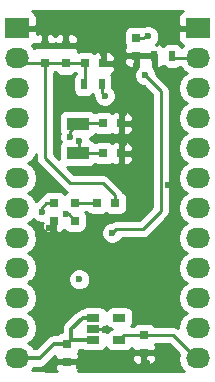
<source format=gbr>
G04 #@! TF.FileFunction,Copper,L4,Bot,Signal*
%FSLAX46Y46*%
G04 Gerber Fmt 4.6, Leading zero omitted, Abs format (unit mm)*
G04 Created by KiCad (PCBNEW 4.0.2-stable) date 10/8/2016 11:45:13 AM*
%MOMM*%
G01*
G04 APERTURE LIST*
%ADD10C,0.100000*%
%ADD11R,0.750000X0.800000*%
%ADD12R,0.800000X0.750000*%
%ADD13R,2.032000X1.727200*%
%ADD14O,2.032000X1.727200*%
%ADD15R,0.500000X0.900000*%
%ADD16R,1.060000X0.650000*%
%ADD17R,1.900000X1.100000*%
%ADD18C,0.600000*%
%ADD19C,0.350000*%
%ADD20C,0.250000*%
%ADD21C,0.254000*%
G04 APERTURE END LIST*
D10*
D11*
X31242000Y-46748000D03*
X31242000Y-48248000D03*
X37719000Y-45986000D03*
X37719000Y-47486000D03*
D12*
X32778000Y-22987000D03*
X34278000Y-22987000D03*
D11*
X30099000Y-34810000D03*
X30099000Y-36310000D03*
X37084000Y-22340000D03*
X37084000Y-20840000D03*
X29337000Y-22975000D03*
X29337000Y-21475000D03*
X31115000Y-22975000D03*
X31115000Y-21475000D03*
D12*
X35802000Y-30607000D03*
X34302000Y-30607000D03*
X35802000Y-28067000D03*
X34302000Y-28067000D03*
D11*
X31877000Y-36310000D03*
X31877000Y-34810000D03*
D12*
X35294000Y-34798000D03*
X33794000Y-34798000D03*
D13*
X27000000Y-20000000D03*
D14*
X27000000Y-22540000D03*
X27000000Y-25080000D03*
X27000000Y-27620000D03*
X27000000Y-30160000D03*
X27000000Y-32700000D03*
X27000000Y-35240000D03*
X27000000Y-37780000D03*
X27000000Y-40320000D03*
X27000000Y-42860000D03*
X27000000Y-45400000D03*
X27000000Y-47940000D03*
D13*
X42300000Y-20000000D03*
D14*
X42300000Y-22540000D03*
X42300000Y-25080000D03*
X42300000Y-27620000D03*
X42300000Y-30160000D03*
X42300000Y-32700000D03*
X42300000Y-35240000D03*
X42300000Y-37780000D03*
X42300000Y-40320000D03*
X42300000Y-42860000D03*
X42300000Y-45400000D03*
X42300000Y-47940000D03*
D15*
X34151000Y-24765000D03*
X32651000Y-24765000D03*
X38608000Y-22352000D03*
X40108000Y-22352000D03*
D16*
X33444000Y-46416000D03*
X33444000Y-45466000D03*
X33444000Y-44516000D03*
X35644000Y-44516000D03*
X35644000Y-46416000D03*
D17*
X32131000Y-28107000D03*
X32131000Y-30607000D03*
D18*
X39808011Y-33274000D03*
X29591000Y-32639000D03*
X29718000Y-36957000D03*
X37084000Y-23241000D03*
X34036000Y-21844000D03*
X32385000Y-20955000D03*
X36066000Y-29718000D03*
X36066000Y-27178000D03*
X32258000Y-48639000D03*
X37970000Y-48387000D03*
X34417000Y-45593000D03*
X29083000Y-35560000D03*
X34417000Y-25731000D03*
X32258000Y-41276080D03*
X38100000Y-20701000D03*
X32258000Y-29591000D03*
X31496000Y-29210000D03*
X31106204Y-35788039D03*
X37846000Y-24003000D03*
X35052000Y-37338000D03*
D19*
X33444000Y-44516000D02*
X32564000Y-44516000D01*
X32564000Y-44516000D02*
X31574000Y-45506000D01*
X31574000Y-45506000D02*
X31574000Y-46416000D01*
X33444000Y-46416000D02*
X31574000Y-46416000D01*
X31574000Y-46416000D02*
X31242000Y-46748000D01*
X28895000Y-47940000D02*
X30087000Y-46748000D01*
X30087000Y-46748000D02*
X31242000Y-46748000D01*
X27000000Y-47940000D02*
X28895000Y-47940000D01*
D20*
X30099000Y-36576000D02*
X29718000Y-36957000D01*
X30099000Y-36310000D02*
X30099000Y-36576000D01*
X37084000Y-22340000D02*
X37084000Y-23241000D01*
X34036000Y-22120000D02*
X34036000Y-21844000D01*
X34278000Y-22987000D02*
X34278000Y-22362000D01*
X34278000Y-22362000D02*
X34036000Y-22120000D01*
X31115000Y-21475000D02*
X31865000Y-21475000D01*
X31865000Y-21475000D02*
X32385000Y-20955000D01*
X31115000Y-21475000D02*
X29337000Y-21475000D01*
X38608000Y-22352000D02*
X37096000Y-22352000D01*
X37096000Y-22352000D02*
X37084000Y-22340000D01*
X35802000Y-30607000D02*
X35802000Y-29982000D01*
X35802000Y-29982000D02*
X36066000Y-29718000D01*
X35802000Y-28067000D02*
X35802000Y-27442000D01*
X35802000Y-27442000D02*
X36066000Y-27178000D01*
X31242000Y-48248000D02*
X31867000Y-48248000D01*
X31867000Y-48248000D02*
X32258000Y-48639000D01*
X37719000Y-47486000D02*
X37719000Y-48136000D01*
X37719000Y-48136000D02*
X37970000Y-48387000D01*
X34290000Y-45466000D02*
X34417000Y-45593000D01*
X33444000Y-45466000D02*
X34290000Y-45466000D01*
X37719000Y-45986000D02*
X40193600Y-45986000D01*
X40193600Y-45986000D02*
X42147600Y-47940000D01*
X42147600Y-47940000D02*
X42300000Y-47940000D01*
X29083000Y-35201000D02*
X29083000Y-35560000D01*
X30099000Y-34810000D02*
X29474000Y-34810000D01*
X29474000Y-34810000D02*
X29083000Y-35201000D01*
X34151000Y-24765000D02*
X34151000Y-25465000D01*
X34151000Y-25465000D02*
X34417000Y-25731000D01*
X37719000Y-45986000D02*
X36074000Y-45986000D01*
X36074000Y-45986000D02*
X35644000Y-46416000D01*
X35294000Y-34798000D02*
X35294000Y-34173000D01*
X35294000Y-34173000D02*
X34268000Y-33147000D01*
X34268000Y-33147000D02*
X31496000Y-33147000D01*
X31496000Y-33147000D02*
X29337000Y-30988000D01*
X29337000Y-30988000D02*
X29337000Y-22975000D01*
X32778000Y-22987000D02*
X32778000Y-24638000D01*
X32778000Y-24638000D02*
X32651000Y-24765000D01*
X29337000Y-22975000D02*
X27435000Y-22975000D01*
X27435000Y-22975000D02*
X27000000Y-22540000D01*
X31115000Y-22975000D02*
X29337000Y-22975000D01*
X32778000Y-22987000D02*
X31127000Y-22987000D01*
X31127000Y-22987000D02*
X31115000Y-22975000D01*
X37848000Y-20701000D02*
X38100000Y-20701000D01*
X37084000Y-20840000D02*
X37709000Y-20840000D01*
X37709000Y-20840000D02*
X37848000Y-20701000D01*
X34302000Y-30607000D02*
X32131000Y-30607000D01*
X32258000Y-29591000D02*
X32258000Y-30480000D01*
X32258000Y-30480000D02*
X32131000Y-30607000D01*
X34302000Y-28067000D02*
X32171000Y-28067000D01*
X32171000Y-28067000D02*
X32131000Y-28107000D01*
X31496000Y-29210000D02*
X31496000Y-28742000D01*
X31496000Y-28742000D02*
X32131000Y-28107000D01*
X31106204Y-35788039D02*
X31355039Y-35788039D01*
X31355039Y-35788039D02*
X31877000Y-36310000D01*
X33794000Y-34798000D02*
X31889000Y-34798000D01*
X31889000Y-34798000D02*
X31877000Y-34810000D01*
X42300000Y-22540000D02*
X40296000Y-22540000D01*
X40296000Y-22540000D02*
X40108000Y-22352000D01*
X39183001Y-25340001D02*
X37846000Y-24003000D01*
X38989000Y-35687000D02*
X39183001Y-35492999D01*
X39183001Y-35492999D02*
X39183001Y-25340001D01*
X37637999Y-37038001D02*
X38989000Y-35687000D01*
X35052000Y-37338000D02*
X35351999Y-37038001D01*
X35351999Y-37038001D02*
X37637999Y-37038001D01*
D21*
G36*
X40692334Y-47559536D02*
X40616655Y-47940000D01*
X40730729Y-48513489D01*
X41055585Y-48999670D01*
X41166828Y-49074000D01*
X34802741Y-49074000D01*
X32124732Y-49038293D01*
X32155327Y-49007698D01*
X32252000Y-48774309D01*
X32252000Y-48533750D01*
X32093250Y-48375000D01*
X31369000Y-48375000D01*
X31369000Y-48395000D01*
X31115000Y-48395000D01*
X31115000Y-48375000D01*
X30390750Y-48375000D01*
X30232000Y-48533750D01*
X30232000Y-48774309D01*
X30328673Y-49007698D01*
X30335411Y-49014436D01*
X28253100Y-48986671D01*
X28411239Y-48750000D01*
X28895000Y-48750000D01*
X29204974Y-48688342D01*
X29467756Y-48512756D01*
X30232000Y-47748513D01*
X30232000Y-47962250D01*
X30390750Y-48121000D01*
X31115000Y-48121000D01*
X31115000Y-48101000D01*
X31369000Y-48101000D01*
X31369000Y-48121000D01*
X32093250Y-48121000D01*
X32252000Y-47962250D01*
X32252000Y-47771750D01*
X36709000Y-47771750D01*
X36709000Y-48012309D01*
X36805673Y-48245698D01*
X36984301Y-48424327D01*
X37217690Y-48521000D01*
X37433250Y-48521000D01*
X37592000Y-48362250D01*
X37592000Y-47613000D01*
X37846000Y-47613000D01*
X37846000Y-48362250D01*
X38004750Y-48521000D01*
X38220310Y-48521000D01*
X38453699Y-48424327D01*
X38632327Y-48245698D01*
X38729000Y-48012309D01*
X38729000Y-47771750D01*
X38570250Y-47613000D01*
X37846000Y-47613000D01*
X37592000Y-47613000D01*
X36867750Y-47613000D01*
X36709000Y-47771750D01*
X32252000Y-47771750D01*
X32252000Y-47721691D01*
X32155327Y-47488302D01*
X32153957Y-47486932D01*
X32213431Y-47399890D01*
X32248645Y-47226000D01*
X32499025Y-47226000D01*
X32662110Y-47337431D01*
X32914000Y-47388440D01*
X33974000Y-47388440D01*
X34209317Y-47344162D01*
X34425441Y-47205090D01*
X34545233Y-47029768D01*
X34649910Y-47192441D01*
X34862110Y-47337431D01*
X35114000Y-47388440D01*
X36174000Y-47388440D01*
X36409317Y-47344162D01*
X36625441Y-47205090D01*
X36709000Y-47082797D01*
X36709000Y-47200250D01*
X36867750Y-47359000D01*
X37592000Y-47359000D01*
X37592000Y-47339000D01*
X37846000Y-47339000D01*
X37846000Y-47359000D01*
X38570250Y-47359000D01*
X38729000Y-47200250D01*
X38729000Y-46959691D01*
X38640486Y-46746000D01*
X39878798Y-46746000D01*
X40692334Y-47559536D01*
X40692334Y-47559536D01*
G37*
X40692334Y-47559536D02*
X40616655Y-47940000D01*
X40730729Y-48513489D01*
X41055585Y-48999670D01*
X41166828Y-49074000D01*
X34802741Y-49074000D01*
X32124732Y-49038293D01*
X32155327Y-49007698D01*
X32252000Y-48774309D01*
X32252000Y-48533750D01*
X32093250Y-48375000D01*
X31369000Y-48375000D01*
X31369000Y-48395000D01*
X31115000Y-48395000D01*
X31115000Y-48375000D01*
X30390750Y-48375000D01*
X30232000Y-48533750D01*
X30232000Y-48774309D01*
X30328673Y-49007698D01*
X30335411Y-49014436D01*
X28253100Y-48986671D01*
X28411239Y-48750000D01*
X28895000Y-48750000D01*
X29204974Y-48688342D01*
X29467756Y-48512756D01*
X30232000Y-47748513D01*
X30232000Y-47962250D01*
X30390750Y-48121000D01*
X31115000Y-48121000D01*
X31115000Y-48101000D01*
X31369000Y-48101000D01*
X31369000Y-48121000D01*
X32093250Y-48121000D01*
X32252000Y-47962250D01*
X32252000Y-47771750D01*
X36709000Y-47771750D01*
X36709000Y-48012309D01*
X36805673Y-48245698D01*
X36984301Y-48424327D01*
X37217690Y-48521000D01*
X37433250Y-48521000D01*
X37592000Y-48362250D01*
X37592000Y-47613000D01*
X37846000Y-47613000D01*
X37846000Y-48362250D01*
X38004750Y-48521000D01*
X38220310Y-48521000D01*
X38453699Y-48424327D01*
X38632327Y-48245698D01*
X38729000Y-48012309D01*
X38729000Y-47771750D01*
X38570250Y-47613000D01*
X37846000Y-47613000D01*
X37592000Y-47613000D01*
X36867750Y-47613000D01*
X36709000Y-47771750D01*
X32252000Y-47771750D01*
X32252000Y-47721691D01*
X32155327Y-47488302D01*
X32153957Y-47486932D01*
X32213431Y-47399890D01*
X32248645Y-47226000D01*
X32499025Y-47226000D01*
X32662110Y-47337431D01*
X32914000Y-47388440D01*
X33974000Y-47388440D01*
X34209317Y-47344162D01*
X34425441Y-47205090D01*
X34545233Y-47029768D01*
X34649910Y-47192441D01*
X34862110Y-47337431D01*
X35114000Y-47388440D01*
X36174000Y-47388440D01*
X36409317Y-47344162D01*
X36625441Y-47205090D01*
X36709000Y-47082797D01*
X36709000Y-47200250D01*
X36867750Y-47359000D01*
X37592000Y-47359000D01*
X37592000Y-47339000D01*
X37846000Y-47339000D01*
X37846000Y-47359000D01*
X38570250Y-47359000D01*
X38729000Y-47200250D01*
X38729000Y-46959691D01*
X38640486Y-46746000D01*
X39878798Y-46746000D01*
X40692334Y-47559536D01*
G36*
X40924302Y-18598073D02*
X40745673Y-18776701D01*
X40649000Y-19010090D01*
X40649000Y-19714250D01*
X40807750Y-19873000D01*
X42173000Y-19873000D01*
X42173000Y-19853000D01*
X42427000Y-19853000D01*
X42427000Y-19873000D01*
X42447000Y-19873000D01*
X42447000Y-20127000D01*
X42427000Y-20127000D01*
X42427000Y-20147000D01*
X42173000Y-20147000D01*
X42173000Y-20127000D01*
X40807750Y-20127000D01*
X40649000Y-20285750D01*
X40649000Y-20989910D01*
X40745673Y-21223299D01*
X40924302Y-21401927D01*
X41077780Y-21465500D01*
X41055585Y-21480330D01*
X40946398Y-21643739D01*
X40822090Y-21450559D01*
X40609890Y-21305569D01*
X40358000Y-21254560D01*
X39858000Y-21254560D01*
X39622683Y-21298838D01*
X39406559Y-21437910D01*
X39360031Y-21506006D01*
X39217698Y-21363673D01*
X38984309Y-21267000D01*
X38891750Y-21267000D01*
X38735002Y-21423748D01*
X38735002Y-21388243D01*
X38892192Y-21231327D01*
X39034838Y-20887799D01*
X39035162Y-20515833D01*
X38893117Y-20172057D01*
X38630327Y-19908808D01*
X38286799Y-19766162D01*
X37914833Y-19765838D01*
X37716851Y-19847642D01*
X37710890Y-19843569D01*
X37459000Y-19792560D01*
X36709000Y-19792560D01*
X36473683Y-19836838D01*
X36257559Y-19975910D01*
X36112569Y-20188110D01*
X36061560Y-20440000D01*
X36061560Y-21240000D01*
X36105838Y-21475317D01*
X36172329Y-21578646D01*
X36170673Y-21580302D01*
X36074000Y-21813691D01*
X36074000Y-22054250D01*
X36232750Y-22213000D01*
X36957000Y-22213000D01*
X36957000Y-22193000D01*
X37211000Y-22193000D01*
X37211000Y-22213000D01*
X37869750Y-22213000D01*
X37881750Y-22225000D01*
X38483000Y-22225000D01*
X38483000Y-22205000D01*
X38733000Y-22205000D01*
X38733000Y-22225000D01*
X38755000Y-22225000D01*
X38755000Y-22479000D01*
X38733000Y-22479000D01*
X38733000Y-23278250D01*
X38891750Y-23437000D01*
X38984309Y-23437000D01*
X39217698Y-23340327D01*
X39358936Y-23199090D01*
X39393910Y-23253441D01*
X39606110Y-23398431D01*
X39858000Y-23449440D01*
X40358000Y-23449440D01*
X40593317Y-23405162D01*
X40756743Y-23300000D01*
X40855352Y-23300000D01*
X41055585Y-23599670D01*
X41370366Y-23810000D01*
X41055585Y-24020330D01*
X40730729Y-24506511D01*
X40616655Y-25080000D01*
X40730729Y-25653489D01*
X41055585Y-26139670D01*
X41370366Y-26350000D01*
X41055585Y-26560330D01*
X40730729Y-27046511D01*
X40616655Y-27620000D01*
X40730729Y-28193489D01*
X41055585Y-28679670D01*
X41370366Y-28890000D01*
X41055585Y-29100330D01*
X40730729Y-29586511D01*
X40616655Y-30160000D01*
X40730729Y-30733489D01*
X41055585Y-31219670D01*
X41370366Y-31430000D01*
X41055585Y-31640330D01*
X40730729Y-32126511D01*
X40616655Y-32700000D01*
X40730729Y-33273489D01*
X41055585Y-33759670D01*
X41370366Y-33970000D01*
X41055585Y-34180330D01*
X40730729Y-34666511D01*
X40616655Y-35240000D01*
X40730729Y-35813489D01*
X41055585Y-36299670D01*
X41370366Y-36510000D01*
X41055585Y-36720330D01*
X40730729Y-37206511D01*
X40616655Y-37780000D01*
X40730729Y-38353489D01*
X41055585Y-38839670D01*
X41370366Y-39050000D01*
X41055585Y-39260330D01*
X40730729Y-39746511D01*
X40616655Y-40320000D01*
X40730729Y-40893489D01*
X41055585Y-41379670D01*
X41370366Y-41590000D01*
X41055585Y-41800330D01*
X40730729Y-42286511D01*
X40616655Y-42860000D01*
X40730729Y-43433489D01*
X41055585Y-43919670D01*
X41370366Y-44130000D01*
X41055585Y-44340330D01*
X40730729Y-44826511D01*
X40621537Y-45375458D01*
X40484439Y-45283852D01*
X40193600Y-45226000D01*
X38616931Y-45226000D01*
X38558090Y-45134559D01*
X38345890Y-44989569D01*
X38094000Y-44938560D01*
X37344000Y-44938560D01*
X37108683Y-44982838D01*
X36892559Y-45121910D01*
X36821437Y-45226000D01*
X36679481Y-45226000D01*
X36770431Y-45092890D01*
X36821440Y-44841000D01*
X36821440Y-44191000D01*
X36777162Y-43955683D01*
X36638090Y-43739559D01*
X36425890Y-43594569D01*
X36174000Y-43543560D01*
X35114000Y-43543560D01*
X34878683Y-43587838D01*
X34662559Y-43726910D01*
X34542767Y-43902232D01*
X34438090Y-43739559D01*
X34225890Y-43594569D01*
X33974000Y-43543560D01*
X32914000Y-43543560D01*
X32678683Y-43587838D01*
X32464206Y-43725850D01*
X32254026Y-43767658D01*
X32122635Y-43855451D01*
X31991243Y-43943244D01*
X31001244Y-44933244D01*
X30825658Y-45196026D01*
X30764000Y-45506000D01*
X30764000Y-45719941D01*
X30631683Y-45744838D01*
X30415559Y-45883910D01*
X30378601Y-45938000D01*
X30087000Y-45938000D01*
X29777027Y-45999657D01*
X29514244Y-46175243D01*
X28559488Y-47130000D01*
X28411239Y-47130000D01*
X28244415Y-46880330D01*
X27929634Y-46670000D01*
X28244415Y-46459670D01*
X28569271Y-45973489D01*
X28683345Y-45400000D01*
X28569271Y-44826511D01*
X28244415Y-44340330D01*
X27929634Y-44130000D01*
X28244415Y-43919670D01*
X28569271Y-43433489D01*
X28683345Y-42860000D01*
X28569271Y-42286511D01*
X28244415Y-41800330D01*
X27929634Y-41590000D01*
X28122326Y-41461247D01*
X31322838Y-41461247D01*
X31464883Y-41805023D01*
X31727673Y-42068272D01*
X32071201Y-42210918D01*
X32443167Y-42211242D01*
X32786943Y-42069197D01*
X33050192Y-41806407D01*
X33192838Y-41462879D01*
X33193162Y-41090913D01*
X33051117Y-40747137D01*
X32788327Y-40483888D01*
X32444799Y-40341242D01*
X32072833Y-40340918D01*
X31729057Y-40482963D01*
X31465808Y-40745753D01*
X31323162Y-41089281D01*
X31322838Y-41461247D01*
X28122326Y-41461247D01*
X28244415Y-41379670D01*
X28569271Y-40893489D01*
X28683345Y-40320000D01*
X28569271Y-39746511D01*
X28244415Y-39260330D01*
X27929634Y-39050000D01*
X28244415Y-38839670D01*
X28569271Y-38353489D01*
X28683345Y-37780000D01*
X28632258Y-37523167D01*
X34116838Y-37523167D01*
X34258883Y-37866943D01*
X34521673Y-38130192D01*
X34865201Y-38272838D01*
X35237167Y-38273162D01*
X35580943Y-38131117D01*
X35844192Y-37868327D01*
X35873394Y-37798001D01*
X37637999Y-37798001D01*
X37928838Y-37740149D01*
X38175400Y-37575402D01*
X39720402Y-36030400D01*
X39885149Y-35783838D01*
X39943001Y-35492999D01*
X39943001Y-25340001D01*
X39885149Y-25049162D01*
X39720402Y-24802600D01*
X38781122Y-23863320D01*
X38781162Y-23817833D01*
X38639117Y-23474057D01*
X38463309Y-23297941D01*
X38483000Y-23278250D01*
X38483000Y-22479000D01*
X37947250Y-22479000D01*
X37935250Y-22467000D01*
X37211000Y-22467000D01*
X37211000Y-23216250D01*
X37260796Y-23266046D01*
X37053808Y-23472673D01*
X36911162Y-23816201D01*
X36910838Y-24188167D01*
X37052883Y-24531943D01*
X37315673Y-24795192D01*
X37659201Y-24937838D01*
X37706077Y-24937879D01*
X38423001Y-25654803D01*
X38423001Y-35178197D01*
X37323197Y-36278001D01*
X35351999Y-36278001D01*
X35061160Y-36335853D01*
X34960787Y-36402920D01*
X34866833Y-36402838D01*
X34523057Y-36544883D01*
X34259808Y-36807673D01*
X34117162Y-37151201D01*
X34116838Y-37523167D01*
X28632258Y-37523167D01*
X28569271Y-37206511D01*
X28244415Y-36720330D01*
X27929634Y-36510000D01*
X28244415Y-36299670D01*
X28346992Y-36146152D01*
X28552673Y-36352192D01*
X28896201Y-36494838D01*
X29189656Y-36495094D01*
X29089000Y-36595750D01*
X29089000Y-36836309D01*
X29185673Y-37069698D01*
X29364301Y-37248327D01*
X29597690Y-37345000D01*
X29813250Y-37345000D01*
X29972000Y-37186250D01*
X29972000Y-36437000D01*
X29952000Y-36437000D01*
X29952000Y-36183000D01*
X29972000Y-36183000D01*
X29972000Y-36163000D01*
X30226000Y-36163000D01*
X30226000Y-36183000D01*
X30246000Y-36183000D01*
X30246000Y-36437000D01*
X30226000Y-36437000D01*
X30226000Y-37186250D01*
X30384750Y-37345000D01*
X30600310Y-37345000D01*
X30833699Y-37248327D01*
X30991973Y-37090052D01*
X31037910Y-37161441D01*
X31250110Y-37306431D01*
X31502000Y-37357440D01*
X32252000Y-37357440D01*
X32487317Y-37313162D01*
X32703441Y-37174090D01*
X32848431Y-36961890D01*
X32899440Y-36710000D01*
X32899440Y-35910000D01*
X32855162Y-35674683D01*
X32781380Y-35560022D01*
X32782762Y-35558000D01*
X32887156Y-35558000D01*
X32929910Y-35624441D01*
X33142110Y-35769431D01*
X33394000Y-35820440D01*
X34194000Y-35820440D01*
X34429317Y-35776162D01*
X34543978Y-35702380D01*
X34642110Y-35769431D01*
X34894000Y-35820440D01*
X35694000Y-35820440D01*
X35929317Y-35776162D01*
X36145441Y-35637090D01*
X36290431Y-35424890D01*
X36341440Y-35173000D01*
X36341440Y-34423000D01*
X36297162Y-34187683D01*
X36158090Y-33971559D01*
X35970018Y-33843055D01*
X35831401Y-33635599D01*
X34805401Y-32609599D01*
X34558839Y-32444852D01*
X34268000Y-32387000D01*
X31810802Y-32387000D01*
X31228242Y-31804440D01*
X33081000Y-31804440D01*
X33316317Y-31760162D01*
X33532441Y-31621090D01*
X33589762Y-31537197D01*
X33650110Y-31578431D01*
X33902000Y-31629440D01*
X34702000Y-31629440D01*
X34937317Y-31585162D01*
X35040646Y-31518671D01*
X35042302Y-31520327D01*
X35275691Y-31617000D01*
X35516250Y-31617000D01*
X35675000Y-31458250D01*
X35675000Y-30734000D01*
X35929000Y-30734000D01*
X35929000Y-31458250D01*
X36087750Y-31617000D01*
X36328309Y-31617000D01*
X36561698Y-31520327D01*
X36740327Y-31341699D01*
X36837000Y-31108310D01*
X36837000Y-30892750D01*
X36678250Y-30734000D01*
X35929000Y-30734000D01*
X35675000Y-30734000D01*
X35655000Y-30734000D01*
X35655000Y-30480000D01*
X35675000Y-30480000D01*
X35675000Y-29755750D01*
X35929000Y-29755750D01*
X35929000Y-30480000D01*
X36678250Y-30480000D01*
X36837000Y-30321250D01*
X36837000Y-30105690D01*
X36740327Y-29872301D01*
X36561698Y-29693673D01*
X36328309Y-29597000D01*
X36087750Y-29597000D01*
X35929000Y-29755750D01*
X35675000Y-29755750D01*
X35516250Y-29597000D01*
X35275691Y-29597000D01*
X35042302Y-29693673D01*
X35040932Y-29695043D01*
X34953890Y-29635569D01*
X34702000Y-29584560D01*
X33902000Y-29584560D01*
X33666683Y-29628838D01*
X33591288Y-29677353D01*
X33545090Y-29605559D01*
X33332890Y-29460569D01*
X33193139Y-29432269D01*
X33193162Y-29405833D01*
X33146198Y-29292172D01*
X33316317Y-29260162D01*
X33532441Y-29121090D01*
X33608395Y-29009928D01*
X33650110Y-29038431D01*
X33902000Y-29089440D01*
X34702000Y-29089440D01*
X34937317Y-29045162D01*
X35040646Y-28978671D01*
X35042302Y-28980327D01*
X35275691Y-29077000D01*
X35516250Y-29077000D01*
X35675000Y-28918250D01*
X35675000Y-28194000D01*
X35929000Y-28194000D01*
X35929000Y-28918250D01*
X36087750Y-29077000D01*
X36328309Y-29077000D01*
X36561698Y-28980327D01*
X36740327Y-28801699D01*
X36837000Y-28568310D01*
X36837000Y-28352750D01*
X36678250Y-28194000D01*
X35929000Y-28194000D01*
X35675000Y-28194000D01*
X35655000Y-28194000D01*
X35655000Y-27940000D01*
X35675000Y-27940000D01*
X35675000Y-27215750D01*
X35929000Y-27215750D01*
X35929000Y-27940000D01*
X36678250Y-27940000D01*
X36837000Y-27781250D01*
X36837000Y-27565690D01*
X36740327Y-27332301D01*
X36561698Y-27153673D01*
X36328309Y-27057000D01*
X36087750Y-27057000D01*
X35929000Y-27215750D01*
X35675000Y-27215750D01*
X35516250Y-27057000D01*
X35275691Y-27057000D01*
X35042302Y-27153673D01*
X35040932Y-27155043D01*
X34953890Y-27095569D01*
X34702000Y-27044560D01*
X33902000Y-27044560D01*
X33666683Y-27088838D01*
X33573086Y-27149066D01*
X33545090Y-27105559D01*
X33332890Y-26960569D01*
X33081000Y-26909560D01*
X31181000Y-26909560D01*
X30945683Y-26953838D01*
X30729559Y-27092910D01*
X30584569Y-27305110D01*
X30533560Y-27557000D01*
X30533560Y-28657000D01*
X30577838Y-28892317D01*
X30600735Y-28927900D01*
X30561162Y-29023201D01*
X30560838Y-29395167D01*
X30675334Y-29672270D01*
X30584569Y-29805110D01*
X30533560Y-30057000D01*
X30533560Y-31109758D01*
X30097000Y-30673198D01*
X30097000Y-23881844D01*
X30163441Y-23839090D01*
X30225554Y-23748185D01*
X30275910Y-23826441D01*
X30488110Y-23971431D01*
X30740000Y-24022440D01*
X31490000Y-24022440D01*
X31725317Y-23978162D01*
X31941441Y-23839090D01*
X31944626Y-23834428D01*
X31959441Y-23844551D01*
X31949559Y-23850910D01*
X31804569Y-24063110D01*
X31753560Y-24315000D01*
X31753560Y-25215000D01*
X31797838Y-25450317D01*
X31936910Y-25666441D01*
X32149110Y-25811431D01*
X32401000Y-25862440D01*
X32901000Y-25862440D01*
X33136317Y-25818162D01*
X33352441Y-25679090D01*
X33400134Y-25609289D01*
X33428456Y-25653303D01*
X33448852Y-25755839D01*
X33481935Y-25805351D01*
X33481838Y-25916167D01*
X33623883Y-26259943D01*
X33886673Y-26523192D01*
X34230201Y-26665838D01*
X34602167Y-26666162D01*
X34945943Y-26524117D01*
X35209192Y-26261327D01*
X35351838Y-25917799D01*
X35352162Y-25545833D01*
X35210117Y-25202057D01*
X35048440Y-25040098D01*
X35048440Y-24315000D01*
X35004162Y-24079683D01*
X34920095Y-23949040D01*
X35037698Y-23900327D01*
X35216327Y-23721699D01*
X35313000Y-23488310D01*
X35313000Y-23272750D01*
X35154250Y-23114000D01*
X34405000Y-23114000D01*
X34405000Y-23134000D01*
X34151000Y-23134000D01*
X34151000Y-23114000D01*
X34131000Y-23114000D01*
X34131000Y-22860000D01*
X34151000Y-22860000D01*
X34151000Y-22135750D01*
X34405000Y-22135750D01*
X34405000Y-22860000D01*
X35154250Y-22860000D01*
X35313000Y-22701250D01*
X35313000Y-22625750D01*
X36074000Y-22625750D01*
X36074000Y-22866309D01*
X36170673Y-23099698D01*
X36349301Y-23278327D01*
X36582690Y-23375000D01*
X36798250Y-23375000D01*
X36957000Y-23216250D01*
X36957000Y-22467000D01*
X36232750Y-22467000D01*
X36074000Y-22625750D01*
X35313000Y-22625750D01*
X35313000Y-22485690D01*
X35216327Y-22252301D01*
X35037698Y-22073673D01*
X34804309Y-21977000D01*
X34563750Y-21977000D01*
X34405000Y-22135750D01*
X34151000Y-22135750D01*
X33992250Y-21977000D01*
X33751691Y-21977000D01*
X33518302Y-22073673D01*
X33516932Y-22075043D01*
X33429890Y-22015569D01*
X33178000Y-21964560D01*
X32378000Y-21964560D01*
X32142683Y-22008838D01*
X32114322Y-22027088D01*
X32125000Y-22001309D01*
X32125000Y-21760750D01*
X31966250Y-21602000D01*
X31242000Y-21602000D01*
X31242000Y-21622000D01*
X30988000Y-21622000D01*
X30988000Y-21602000D01*
X30263750Y-21602000D01*
X30226000Y-21639750D01*
X30188250Y-21602000D01*
X29464000Y-21602000D01*
X29464000Y-21622000D01*
X29210000Y-21622000D01*
X29210000Y-21602000D01*
X28485750Y-21602000D01*
X28389814Y-21697936D01*
X28244415Y-21480330D01*
X28222220Y-21465500D01*
X28375698Y-21401927D01*
X28457688Y-21319938D01*
X28485750Y-21348000D01*
X29210000Y-21348000D01*
X29210000Y-20598750D01*
X29464000Y-20598750D01*
X29464000Y-21348000D01*
X30188250Y-21348000D01*
X30226000Y-21310250D01*
X30263750Y-21348000D01*
X30988000Y-21348000D01*
X30988000Y-20598750D01*
X31242000Y-20598750D01*
X31242000Y-21348000D01*
X31966250Y-21348000D01*
X32125000Y-21189250D01*
X32125000Y-20948691D01*
X32028327Y-20715302D01*
X31849699Y-20536673D01*
X31616310Y-20440000D01*
X31400750Y-20440000D01*
X31242000Y-20598750D01*
X30988000Y-20598750D01*
X30829250Y-20440000D01*
X30613690Y-20440000D01*
X30380301Y-20536673D01*
X30226000Y-20690975D01*
X30071699Y-20536673D01*
X29838310Y-20440000D01*
X29622750Y-20440000D01*
X29464000Y-20598750D01*
X29210000Y-20598750D01*
X29051250Y-20440000D01*
X28835690Y-20440000D01*
X28651000Y-20516501D01*
X28651000Y-20285750D01*
X28492250Y-20127000D01*
X27127000Y-20127000D01*
X27127000Y-20147000D01*
X26873000Y-20147000D01*
X26873000Y-20127000D01*
X26853000Y-20127000D01*
X26853000Y-19873000D01*
X26873000Y-19873000D01*
X26873000Y-19853000D01*
X27127000Y-19853000D01*
X27127000Y-19873000D01*
X28492250Y-19873000D01*
X28651000Y-19714250D01*
X28651000Y-19010090D01*
X28554327Y-18776701D01*
X28375698Y-18598073D01*
X28240326Y-18542000D01*
X41059674Y-18542000D01*
X40924302Y-18598073D01*
X40924302Y-18598073D01*
G37*
X40924302Y-18598073D02*
X40745673Y-18776701D01*
X40649000Y-19010090D01*
X40649000Y-19714250D01*
X40807750Y-19873000D01*
X42173000Y-19873000D01*
X42173000Y-19853000D01*
X42427000Y-19853000D01*
X42427000Y-19873000D01*
X42447000Y-19873000D01*
X42447000Y-20127000D01*
X42427000Y-20127000D01*
X42427000Y-20147000D01*
X42173000Y-20147000D01*
X42173000Y-20127000D01*
X40807750Y-20127000D01*
X40649000Y-20285750D01*
X40649000Y-20989910D01*
X40745673Y-21223299D01*
X40924302Y-21401927D01*
X41077780Y-21465500D01*
X41055585Y-21480330D01*
X40946398Y-21643739D01*
X40822090Y-21450559D01*
X40609890Y-21305569D01*
X40358000Y-21254560D01*
X39858000Y-21254560D01*
X39622683Y-21298838D01*
X39406559Y-21437910D01*
X39360031Y-21506006D01*
X39217698Y-21363673D01*
X38984309Y-21267000D01*
X38891750Y-21267000D01*
X38735002Y-21423748D01*
X38735002Y-21388243D01*
X38892192Y-21231327D01*
X39034838Y-20887799D01*
X39035162Y-20515833D01*
X38893117Y-20172057D01*
X38630327Y-19908808D01*
X38286799Y-19766162D01*
X37914833Y-19765838D01*
X37716851Y-19847642D01*
X37710890Y-19843569D01*
X37459000Y-19792560D01*
X36709000Y-19792560D01*
X36473683Y-19836838D01*
X36257559Y-19975910D01*
X36112569Y-20188110D01*
X36061560Y-20440000D01*
X36061560Y-21240000D01*
X36105838Y-21475317D01*
X36172329Y-21578646D01*
X36170673Y-21580302D01*
X36074000Y-21813691D01*
X36074000Y-22054250D01*
X36232750Y-22213000D01*
X36957000Y-22213000D01*
X36957000Y-22193000D01*
X37211000Y-22193000D01*
X37211000Y-22213000D01*
X37869750Y-22213000D01*
X37881750Y-22225000D01*
X38483000Y-22225000D01*
X38483000Y-22205000D01*
X38733000Y-22205000D01*
X38733000Y-22225000D01*
X38755000Y-22225000D01*
X38755000Y-22479000D01*
X38733000Y-22479000D01*
X38733000Y-23278250D01*
X38891750Y-23437000D01*
X38984309Y-23437000D01*
X39217698Y-23340327D01*
X39358936Y-23199090D01*
X39393910Y-23253441D01*
X39606110Y-23398431D01*
X39858000Y-23449440D01*
X40358000Y-23449440D01*
X40593317Y-23405162D01*
X40756743Y-23300000D01*
X40855352Y-23300000D01*
X41055585Y-23599670D01*
X41370366Y-23810000D01*
X41055585Y-24020330D01*
X40730729Y-24506511D01*
X40616655Y-25080000D01*
X40730729Y-25653489D01*
X41055585Y-26139670D01*
X41370366Y-26350000D01*
X41055585Y-26560330D01*
X40730729Y-27046511D01*
X40616655Y-27620000D01*
X40730729Y-28193489D01*
X41055585Y-28679670D01*
X41370366Y-28890000D01*
X41055585Y-29100330D01*
X40730729Y-29586511D01*
X40616655Y-30160000D01*
X40730729Y-30733489D01*
X41055585Y-31219670D01*
X41370366Y-31430000D01*
X41055585Y-31640330D01*
X40730729Y-32126511D01*
X40616655Y-32700000D01*
X40730729Y-33273489D01*
X41055585Y-33759670D01*
X41370366Y-33970000D01*
X41055585Y-34180330D01*
X40730729Y-34666511D01*
X40616655Y-35240000D01*
X40730729Y-35813489D01*
X41055585Y-36299670D01*
X41370366Y-36510000D01*
X41055585Y-36720330D01*
X40730729Y-37206511D01*
X40616655Y-37780000D01*
X40730729Y-38353489D01*
X41055585Y-38839670D01*
X41370366Y-39050000D01*
X41055585Y-39260330D01*
X40730729Y-39746511D01*
X40616655Y-40320000D01*
X40730729Y-40893489D01*
X41055585Y-41379670D01*
X41370366Y-41590000D01*
X41055585Y-41800330D01*
X40730729Y-42286511D01*
X40616655Y-42860000D01*
X40730729Y-43433489D01*
X41055585Y-43919670D01*
X41370366Y-44130000D01*
X41055585Y-44340330D01*
X40730729Y-44826511D01*
X40621537Y-45375458D01*
X40484439Y-45283852D01*
X40193600Y-45226000D01*
X38616931Y-45226000D01*
X38558090Y-45134559D01*
X38345890Y-44989569D01*
X38094000Y-44938560D01*
X37344000Y-44938560D01*
X37108683Y-44982838D01*
X36892559Y-45121910D01*
X36821437Y-45226000D01*
X36679481Y-45226000D01*
X36770431Y-45092890D01*
X36821440Y-44841000D01*
X36821440Y-44191000D01*
X36777162Y-43955683D01*
X36638090Y-43739559D01*
X36425890Y-43594569D01*
X36174000Y-43543560D01*
X35114000Y-43543560D01*
X34878683Y-43587838D01*
X34662559Y-43726910D01*
X34542767Y-43902232D01*
X34438090Y-43739559D01*
X34225890Y-43594569D01*
X33974000Y-43543560D01*
X32914000Y-43543560D01*
X32678683Y-43587838D01*
X32464206Y-43725850D01*
X32254026Y-43767658D01*
X32122635Y-43855451D01*
X31991243Y-43943244D01*
X31001244Y-44933244D01*
X30825658Y-45196026D01*
X30764000Y-45506000D01*
X30764000Y-45719941D01*
X30631683Y-45744838D01*
X30415559Y-45883910D01*
X30378601Y-45938000D01*
X30087000Y-45938000D01*
X29777027Y-45999657D01*
X29514244Y-46175243D01*
X28559488Y-47130000D01*
X28411239Y-47130000D01*
X28244415Y-46880330D01*
X27929634Y-46670000D01*
X28244415Y-46459670D01*
X28569271Y-45973489D01*
X28683345Y-45400000D01*
X28569271Y-44826511D01*
X28244415Y-44340330D01*
X27929634Y-44130000D01*
X28244415Y-43919670D01*
X28569271Y-43433489D01*
X28683345Y-42860000D01*
X28569271Y-42286511D01*
X28244415Y-41800330D01*
X27929634Y-41590000D01*
X28122326Y-41461247D01*
X31322838Y-41461247D01*
X31464883Y-41805023D01*
X31727673Y-42068272D01*
X32071201Y-42210918D01*
X32443167Y-42211242D01*
X32786943Y-42069197D01*
X33050192Y-41806407D01*
X33192838Y-41462879D01*
X33193162Y-41090913D01*
X33051117Y-40747137D01*
X32788327Y-40483888D01*
X32444799Y-40341242D01*
X32072833Y-40340918D01*
X31729057Y-40482963D01*
X31465808Y-40745753D01*
X31323162Y-41089281D01*
X31322838Y-41461247D01*
X28122326Y-41461247D01*
X28244415Y-41379670D01*
X28569271Y-40893489D01*
X28683345Y-40320000D01*
X28569271Y-39746511D01*
X28244415Y-39260330D01*
X27929634Y-39050000D01*
X28244415Y-38839670D01*
X28569271Y-38353489D01*
X28683345Y-37780000D01*
X28632258Y-37523167D01*
X34116838Y-37523167D01*
X34258883Y-37866943D01*
X34521673Y-38130192D01*
X34865201Y-38272838D01*
X35237167Y-38273162D01*
X35580943Y-38131117D01*
X35844192Y-37868327D01*
X35873394Y-37798001D01*
X37637999Y-37798001D01*
X37928838Y-37740149D01*
X38175400Y-37575402D01*
X39720402Y-36030400D01*
X39885149Y-35783838D01*
X39943001Y-35492999D01*
X39943001Y-25340001D01*
X39885149Y-25049162D01*
X39720402Y-24802600D01*
X38781122Y-23863320D01*
X38781162Y-23817833D01*
X38639117Y-23474057D01*
X38463309Y-23297941D01*
X38483000Y-23278250D01*
X38483000Y-22479000D01*
X37947250Y-22479000D01*
X37935250Y-22467000D01*
X37211000Y-22467000D01*
X37211000Y-23216250D01*
X37260796Y-23266046D01*
X37053808Y-23472673D01*
X36911162Y-23816201D01*
X36910838Y-24188167D01*
X37052883Y-24531943D01*
X37315673Y-24795192D01*
X37659201Y-24937838D01*
X37706077Y-24937879D01*
X38423001Y-25654803D01*
X38423001Y-35178197D01*
X37323197Y-36278001D01*
X35351999Y-36278001D01*
X35061160Y-36335853D01*
X34960787Y-36402920D01*
X34866833Y-36402838D01*
X34523057Y-36544883D01*
X34259808Y-36807673D01*
X34117162Y-37151201D01*
X34116838Y-37523167D01*
X28632258Y-37523167D01*
X28569271Y-37206511D01*
X28244415Y-36720330D01*
X27929634Y-36510000D01*
X28244415Y-36299670D01*
X28346992Y-36146152D01*
X28552673Y-36352192D01*
X28896201Y-36494838D01*
X29189656Y-36495094D01*
X29089000Y-36595750D01*
X29089000Y-36836309D01*
X29185673Y-37069698D01*
X29364301Y-37248327D01*
X29597690Y-37345000D01*
X29813250Y-37345000D01*
X29972000Y-37186250D01*
X29972000Y-36437000D01*
X29952000Y-36437000D01*
X29952000Y-36183000D01*
X29972000Y-36183000D01*
X29972000Y-36163000D01*
X30226000Y-36163000D01*
X30226000Y-36183000D01*
X30246000Y-36183000D01*
X30246000Y-36437000D01*
X30226000Y-36437000D01*
X30226000Y-37186250D01*
X30384750Y-37345000D01*
X30600310Y-37345000D01*
X30833699Y-37248327D01*
X30991973Y-37090052D01*
X31037910Y-37161441D01*
X31250110Y-37306431D01*
X31502000Y-37357440D01*
X32252000Y-37357440D01*
X32487317Y-37313162D01*
X32703441Y-37174090D01*
X32848431Y-36961890D01*
X32899440Y-36710000D01*
X32899440Y-35910000D01*
X32855162Y-35674683D01*
X32781380Y-35560022D01*
X32782762Y-35558000D01*
X32887156Y-35558000D01*
X32929910Y-35624441D01*
X33142110Y-35769431D01*
X33394000Y-35820440D01*
X34194000Y-35820440D01*
X34429317Y-35776162D01*
X34543978Y-35702380D01*
X34642110Y-35769431D01*
X34894000Y-35820440D01*
X35694000Y-35820440D01*
X35929317Y-35776162D01*
X36145441Y-35637090D01*
X36290431Y-35424890D01*
X36341440Y-35173000D01*
X36341440Y-34423000D01*
X36297162Y-34187683D01*
X36158090Y-33971559D01*
X35970018Y-33843055D01*
X35831401Y-33635599D01*
X34805401Y-32609599D01*
X34558839Y-32444852D01*
X34268000Y-32387000D01*
X31810802Y-32387000D01*
X31228242Y-31804440D01*
X33081000Y-31804440D01*
X33316317Y-31760162D01*
X33532441Y-31621090D01*
X33589762Y-31537197D01*
X33650110Y-31578431D01*
X33902000Y-31629440D01*
X34702000Y-31629440D01*
X34937317Y-31585162D01*
X35040646Y-31518671D01*
X35042302Y-31520327D01*
X35275691Y-31617000D01*
X35516250Y-31617000D01*
X35675000Y-31458250D01*
X35675000Y-30734000D01*
X35929000Y-30734000D01*
X35929000Y-31458250D01*
X36087750Y-31617000D01*
X36328309Y-31617000D01*
X36561698Y-31520327D01*
X36740327Y-31341699D01*
X36837000Y-31108310D01*
X36837000Y-30892750D01*
X36678250Y-30734000D01*
X35929000Y-30734000D01*
X35675000Y-30734000D01*
X35655000Y-30734000D01*
X35655000Y-30480000D01*
X35675000Y-30480000D01*
X35675000Y-29755750D01*
X35929000Y-29755750D01*
X35929000Y-30480000D01*
X36678250Y-30480000D01*
X36837000Y-30321250D01*
X36837000Y-30105690D01*
X36740327Y-29872301D01*
X36561698Y-29693673D01*
X36328309Y-29597000D01*
X36087750Y-29597000D01*
X35929000Y-29755750D01*
X35675000Y-29755750D01*
X35516250Y-29597000D01*
X35275691Y-29597000D01*
X35042302Y-29693673D01*
X35040932Y-29695043D01*
X34953890Y-29635569D01*
X34702000Y-29584560D01*
X33902000Y-29584560D01*
X33666683Y-29628838D01*
X33591288Y-29677353D01*
X33545090Y-29605559D01*
X33332890Y-29460569D01*
X33193139Y-29432269D01*
X33193162Y-29405833D01*
X33146198Y-29292172D01*
X33316317Y-29260162D01*
X33532441Y-29121090D01*
X33608395Y-29009928D01*
X33650110Y-29038431D01*
X33902000Y-29089440D01*
X34702000Y-29089440D01*
X34937317Y-29045162D01*
X35040646Y-28978671D01*
X35042302Y-28980327D01*
X35275691Y-29077000D01*
X35516250Y-29077000D01*
X35675000Y-28918250D01*
X35675000Y-28194000D01*
X35929000Y-28194000D01*
X35929000Y-28918250D01*
X36087750Y-29077000D01*
X36328309Y-29077000D01*
X36561698Y-28980327D01*
X36740327Y-28801699D01*
X36837000Y-28568310D01*
X36837000Y-28352750D01*
X36678250Y-28194000D01*
X35929000Y-28194000D01*
X35675000Y-28194000D01*
X35655000Y-28194000D01*
X35655000Y-27940000D01*
X35675000Y-27940000D01*
X35675000Y-27215750D01*
X35929000Y-27215750D01*
X35929000Y-27940000D01*
X36678250Y-27940000D01*
X36837000Y-27781250D01*
X36837000Y-27565690D01*
X36740327Y-27332301D01*
X36561698Y-27153673D01*
X36328309Y-27057000D01*
X36087750Y-27057000D01*
X35929000Y-27215750D01*
X35675000Y-27215750D01*
X35516250Y-27057000D01*
X35275691Y-27057000D01*
X35042302Y-27153673D01*
X35040932Y-27155043D01*
X34953890Y-27095569D01*
X34702000Y-27044560D01*
X33902000Y-27044560D01*
X33666683Y-27088838D01*
X33573086Y-27149066D01*
X33545090Y-27105559D01*
X33332890Y-26960569D01*
X33081000Y-26909560D01*
X31181000Y-26909560D01*
X30945683Y-26953838D01*
X30729559Y-27092910D01*
X30584569Y-27305110D01*
X30533560Y-27557000D01*
X30533560Y-28657000D01*
X30577838Y-28892317D01*
X30600735Y-28927900D01*
X30561162Y-29023201D01*
X30560838Y-29395167D01*
X30675334Y-29672270D01*
X30584569Y-29805110D01*
X30533560Y-30057000D01*
X30533560Y-31109758D01*
X30097000Y-30673198D01*
X30097000Y-23881844D01*
X30163441Y-23839090D01*
X30225554Y-23748185D01*
X30275910Y-23826441D01*
X30488110Y-23971431D01*
X30740000Y-24022440D01*
X31490000Y-24022440D01*
X31725317Y-23978162D01*
X31941441Y-23839090D01*
X31944626Y-23834428D01*
X31959441Y-23844551D01*
X31949559Y-23850910D01*
X31804569Y-24063110D01*
X31753560Y-24315000D01*
X31753560Y-25215000D01*
X31797838Y-25450317D01*
X31936910Y-25666441D01*
X32149110Y-25811431D01*
X32401000Y-25862440D01*
X32901000Y-25862440D01*
X33136317Y-25818162D01*
X33352441Y-25679090D01*
X33400134Y-25609289D01*
X33428456Y-25653303D01*
X33448852Y-25755839D01*
X33481935Y-25805351D01*
X33481838Y-25916167D01*
X33623883Y-26259943D01*
X33886673Y-26523192D01*
X34230201Y-26665838D01*
X34602167Y-26666162D01*
X34945943Y-26524117D01*
X35209192Y-26261327D01*
X35351838Y-25917799D01*
X35352162Y-25545833D01*
X35210117Y-25202057D01*
X35048440Y-25040098D01*
X35048440Y-24315000D01*
X35004162Y-24079683D01*
X34920095Y-23949040D01*
X35037698Y-23900327D01*
X35216327Y-23721699D01*
X35313000Y-23488310D01*
X35313000Y-23272750D01*
X35154250Y-23114000D01*
X34405000Y-23114000D01*
X34405000Y-23134000D01*
X34151000Y-23134000D01*
X34151000Y-23114000D01*
X34131000Y-23114000D01*
X34131000Y-22860000D01*
X34151000Y-22860000D01*
X34151000Y-22135750D01*
X34405000Y-22135750D01*
X34405000Y-22860000D01*
X35154250Y-22860000D01*
X35313000Y-22701250D01*
X35313000Y-22625750D01*
X36074000Y-22625750D01*
X36074000Y-22866309D01*
X36170673Y-23099698D01*
X36349301Y-23278327D01*
X36582690Y-23375000D01*
X36798250Y-23375000D01*
X36957000Y-23216250D01*
X36957000Y-22467000D01*
X36232750Y-22467000D01*
X36074000Y-22625750D01*
X35313000Y-22625750D01*
X35313000Y-22485690D01*
X35216327Y-22252301D01*
X35037698Y-22073673D01*
X34804309Y-21977000D01*
X34563750Y-21977000D01*
X34405000Y-22135750D01*
X34151000Y-22135750D01*
X33992250Y-21977000D01*
X33751691Y-21977000D01*
X33518302Y-22073673D01*
X33516932Y-22075043D01*
X33429890Y-22015569D01*
X33178000Y-21964560D01*
X32378000Y-21964560D01*
X32142683Y-22008838D01*
X32114322Y-22027088D01*
X32125000Y-22001309D01*
X32125000Y-21760750D01*
X31966250Y-21602000D01*
X31242000Y-21602000D01*
X31242000Y-21622000D01*
X30988000Y-21622000D01*
X30988000Y-21602000D01*
X30263750Y-21602000D01*
X30226000Y-21639750D01*
X30188250Y-21602000D01*
X29464000Y-21602000D01*
X29464000Y-21622000D01*
X29210000Y-21622000D01*
X29210000Y-21602000D01*
X28485750Y-21602000D01*
X28389814Y-21697936D01*
X28244415Y-21480330D01*
X28222220Y-21465500D01*
X28375698Y-21401927D01*
X28457688Y-21319938D01*
X28485750Y-21348000D01*
X29210000Y-21348000D01*
X29210000Y-20598750D01*
X29464000Y-20598750D01*
X29464000Y-21348000D01*
X30188250Y-21348000D01*
X30226000Y-21310250D01*
X30263750Y-21348000D01*
X30988000Y-21348000D01*
X30988000Y-20598750D01*
X31242000Y-20598750D01*
X31242000Y-21348000D01*
X31966250Y-21348000D01*
X32125000Y-21189250D01*
X32125000Y-20948691D01*
X32028327Y-20715302D01*
X31849699Y-20536673D01*
X31616310Y-20440000D01*
X31400750Y-20440000D01*
X31242000Y-20598750D01*
X30988000Y-20598750D01*
X30829250Y-20440000D01*
X30613690Y-20440000D01*
X30380301Y-20536673D01*
X30226000Y-20690975D01*
X30071699Y-20536673D01*
X29838310Y-20440000D01*
X29622750Y-20440000D01*
X29464000Y-20598750D01*
X29210000Y-20598750D01*
X29051250Y-20440000D01*
X28835690Y-20440000D01*
X28651000Y-20516501D01*
X28651000Y-20285750D01*
X28492250Y-20127000D01*
X27127000Y-20127000D01*
X27127000Y-20147000D01*
X26873000Y-20147000D01*
X26873000Y-20127000D01*
X26853000Y-20127000D01*
X26853000Y-19873000D01*
X26873000Y-19873000D01*
X26873000Y-19853000D01*
X27127000Y-19853000D01*
X27127000Y-19873000D01*
X28492250Y-19873000D01*
X28651000Y-19714250D01*
X28651000Y-19010090D01*
X28554327Y-18776701D01*
X28375698Y-18598073D01*
X28240326Y-18542000D01*
X41059674Y-18542000D01*
X40924302Y-18598073D01*
G36*
X34649910Y-45292441D02*
X34862110Y-45437431D01*
X34999120Y-45465176D01*
X34878683Y-45487838D01*
X34662559Y-45626910D01*
X34590144Y-45732894D01*
X34450250Y-45593000D01*
X34369949Y-45593000D01*
X34225890Y-45494569D01*
X34088880Y-45466824D01*
X34209317Y-45444162D01*
X34372743Y-45339000D01*
X34450250Y-45339000D01*
X34589965Y-45199285D01*
X34649910Y-45292441D01*
X34649910Y-45292441D01*
G37*
X34649910Y-45292441D02*
X34862110Y-45437431D01*
X34999120Y-45465176D01*
X34878683Y-45487838D01*
X34662559Y-45626910D01*
X34590144Y-45732894D01*
X34450250Y-45593000D01*
X34369949Y-45593000D01*
X34225890Y-45494569D01*
X34088880Y-45466824D01*
X34209317Y-45444162D01*
X34372743Y-45339000D01*
X34450250Y-45339000D01*
X34589965Y-45199285D01*
X34649910Y-45292441D01*
G36*
X28577000Y-30988000D02*
X28634852Y-31278839D01*
X28799599Y-31525401D01*
X30958599Y-33684401D01*
X31203086Y-33847762D01*
X31050559Y-33945910D01*
X30988446Y-34036815D01*
X30938090Y-33958559D01*
X30725890Y-33813569D01*
X30474000Y-33762560D01*
X29724000Y-33762560D01*
X29488683Y-33806838D01*
X29272559Y-33945910D01*
X29144055Y-34133981D01*
X28936599Y-34272598D01*
X28558623Y-34650575D01*
X28244415Y-34180330D01*
X27929634Y-33970000D01*
X28244415Y-33759670D01*
X28569271Y-33273489D01*
X28683345Y-32700000D01*
X28569271Y-32126511D01*
X28244415Y-31640330D01*
X27929634Y-31430000D01*
X28244415Y-31219670D01*
X28569271Y-30733489D01*
X28577000Y-30694633D01*
X28577000Y-30988000D01*
X28577000Y-30988000D01*
G37*
X28577000Y-30988000D02*
X28634852Y-31278839D01*
X28799599Y-31525401D01*
X30958599Y-33684401D01*
X31203086Y-33847762D01*
X31050559Y-33945910D01*
X30988446Y-34036815D01*
X30938090Y-33958559D01*
X30725890Y-33813569D01*
X30474000Y-33762560D01*
X29724000Y-33762560D01*
X29488683Y-33806838D01*
X29272559Y-33945910D01*
X29144055Y-34133981D01*
X28936599Y-34272598D01*
X28558623Y-34650575D01*
X28244415Y-34180330D01*
X27929634Y-33970000D01*
X28244415Y-33759670D01*
X28569271Y-33273489D01*
X28683345Y-32700000D01*
X28569271Y-32126511D01*
X28244415Y-31640330D01*
X27929634Y-31430000D01*
X28244415Y-31219670D01*
X28569271Y-30733489D01*
X28577000Y-30694633D01*
X28577000Y-30988000D01*
M02*

</source>
